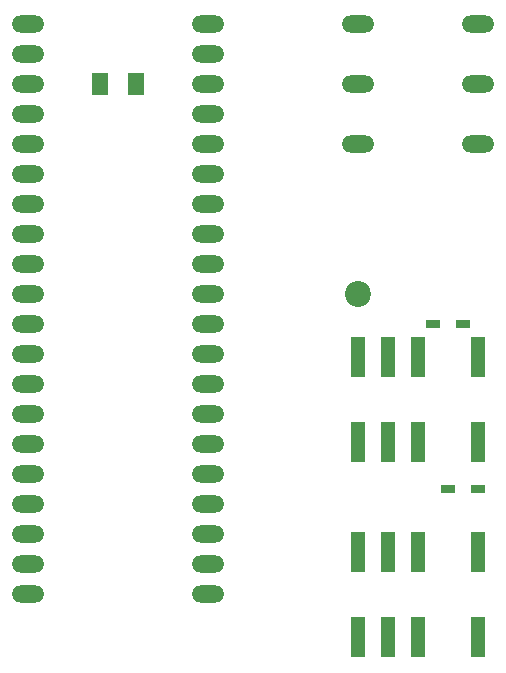
<source format=gbr>
G04 --- HEADER BEGIN --- *
%TF.GenerationSoftware,LibrePCB,LibrePCB,0.1.1-unstable*%
%TF.CreationDate,2019-07-14T01:55:39*%
%TF.ProjectId,desklift - other_routing,146e283d-8dba-42bd-9080-c603e88aa634,v3*%
%TF.Part,Single*%
%FSLAX66Y66*%
%MOMM*%
G01*
G74*
G04 --- HEADER END --- *
G04 --- APERTURE LIST BEGIN --- *
%ADD10R,1.2X3.36*%
%ADD11O,2.74X1.47*%
%ADD12R,1.45X1.85*%
%ADD13R,1.2X0.65*%
%ADD14C,2.2*%
G04 --- APERTURE LIST END --- *
G04 --- BOARD BEGIN --- *
D10*
X44450480Y-33210464D03*
X44450480Y-40450464D03*
X39370480Y-33210464D03*
X36830480Y-33210464D03*
X34290480Y-33210464D03*
X34290480Y-40450464D03*
X36830480Y-40450464D03*
X39370480Y-40450464D03*
D11*
X34290432Y-5080128D03*
X34290432Y-15240128D03*
X34290432Y-10160128D03*
D10*
X44450480Y-49720672D03*
X44450480Y-56960672D03*
X39370480Y-49720672D03*
X36830480Y-49720672D03*
X34290480Y-49720672D03*
X34290480Y-56960672D03*
X36830480Y-56960672D03*
X39370480Y-56960672D03*
D12*
X15495176Y-10160128D03*
X12445176Y-10160128D03*
D11*
X44450560Y-5080128D03*
X44450560Y-15240128D03*
X44450560Y-10160128D03*
D13*
X44435544Y-44450560D03*
X41925544Y-44450560D03*
D11*
X6349216Y-43181376D03*
X6349216Y-17781376D03*
X6349216Y-7621376D03*
X6349216Y-12701376D03*
X21589216Y-27941376D03*
X21589216Y-12701376D03*
X6349216Y-30481376D03*
X6349216Y-50801376D03*
X6349216Y-40641376D03*
X21589216Y-5081376D03*
X21589216Y-30481376D03*
X6349216Y-22861376D03*
X21589216Y-53341376D03*
X21589216Y-22861376D03*
X6349216Y-15241376D03*
X21589216Y-33021376D03*
X6349216Y-53341376D03*
X21589216Y-7621376D03*
X6349216Y-27941376D03*
X21589216Y-25401376D03*
X21589216Y-40641376D03*
X6349216Y-45721376D03*
X6349216Y-38101376D03*
X21589216Y-48261376D03*
X6349216Y-20321376D03*
X21589216Y-17781376D03*
X6349216Y-5081376D03*
X6349216Y-35561376D03*
X6349216Y-33021376D03*
X21589216Y-10161376D03*
X21589216Y-15241376D03*
X21589216Y-20321376D03*
X6349216Y-48261376D03*
X21589216Y-43181376D03*
X21589216Y-38101376D03*
X21589216Y-45721376D03*
X6349216Y-25401376D03*
X21589216Y-50801376D03*
X21589216Y-35561376D03*
X6349216Y-10161376D03*
D13*
X43165528Y-30480384D03*
X40655528Y-30480384D03*
D14*
X34290432Y-27940352D03*
G04 --- BOARD END --- *
%TF.MD5,36b02e3aac80b40719db915eaf80145e*%
M02*

</source>
